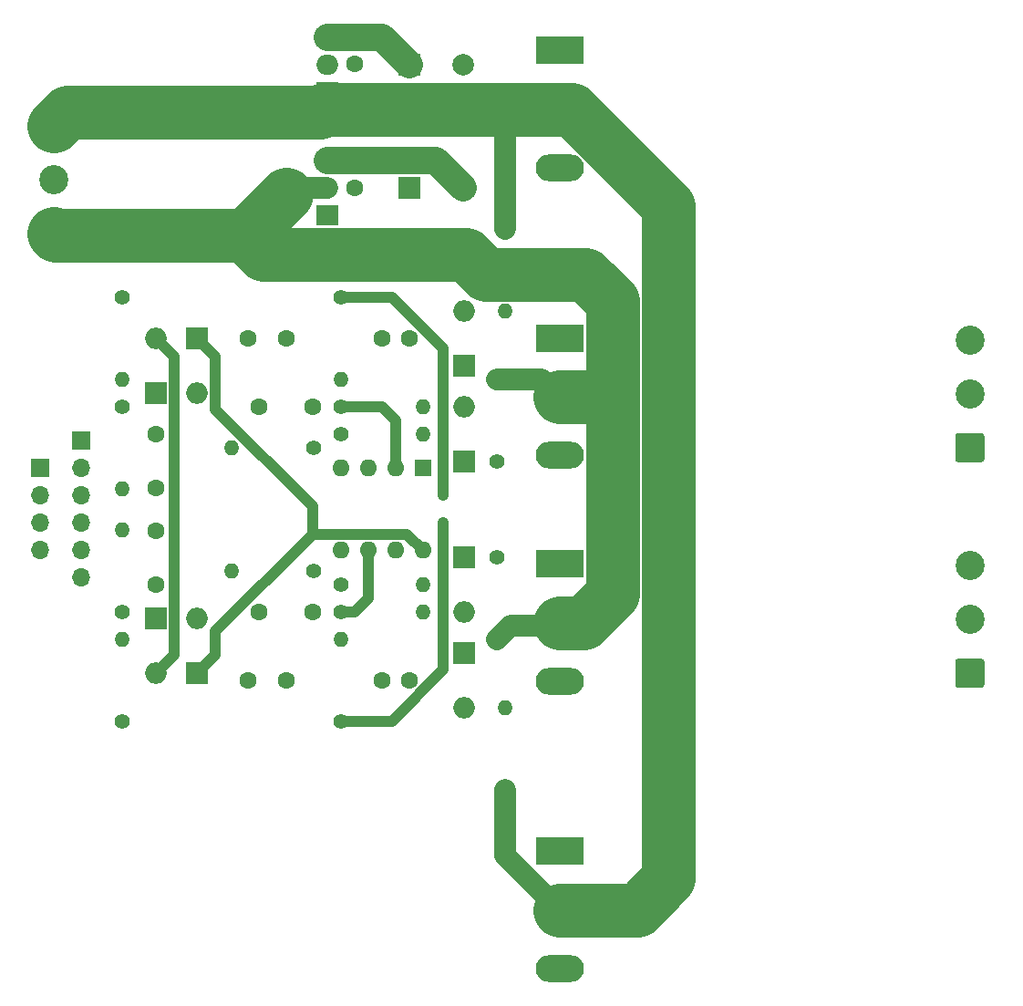
<source format=gbl>
G04 #@! TF.GenerationSoftware,KiCad,Pcbnew,(5.1.9)-1*
G04 #@! TF.CreationDate,2022-04-07T18:54:58+09:00*
G04 #@! TF.ProjectId,digital_amp,64696769-7461-46c5-9f61-6d702e6b6963,rev?*
G04 #@! TF.SameCoordinates,Original*
G04 #@! TF.FileFunction,Copper,L2,Bot*
G04 #@! TF.FilePolarity,Positive*
%FSLAX46Y46*%
G04 Gerber Fmt 4.6, Leading zero omitted, Abs format (unit mm)*
G04 Created by KiCad (PCBNEW (5.1.9)-1) date 2022-04-07 18:54:58*
%MOMM*%
%LPD*%
G01*
G04 APERTURE LIST*
G04 #@! TA.AperFunction,ComponentPad*
%ADD10C,2.700000*%
G04 #@! TD*
G04 #@! TA.AperFunction,ComponentPad*
%ADD11O,1.700000X1.700000*%
G04 #@! TD*
G04 #@! TA.AperFunction,ComponentPad*
%ADD12R,1.700000X1.700000*%
G04 #@! TD*
G04 #@! TA.AperFunction,ComponentPad*
%ADD13O,2.000000X1.905000*%
G04 #@! TD*
G04 #@! TA.AperFunction,ComponentPad*
%ADD14R,2.000000X1.905000*%
G04 #@! TD*
G04 #@! TA.AperFunction,ComponentPad*
%ADD15O,1.600000X1.600000*%
G04 #@! TD*
G04 #@! TA.AperFunction,ComponentPad*
%ADD16R,1.600000X1.600000*%
G04 #@! TD*
G04 #@! TA.AperFunction,ComponentPad*
%ADD17O,1.400000X1.400000*%
G04 #@! TD*
G04 #@! TA.AperFunction,ComponentPad*
%ADD18C,1.400000*%
G04 #@! TD*
G04 #@! TA.AperFunction,ComponentPad*
%ADD19R,4.500000X2.500000*%
G04 #@! TD*
G04 #@! TA.AperFunction,ComponentPad*
%ADD20O,4.500000X2.500000*%
G04 #@! TD*
G04 #@! TA.AperFunction,ComponentPad*
%ADD21O,2.000000X2.000000*%
G04 #@! TD*
G04 #@! TA.AperFunction,ComponentPad*
%ADD22R,2.000000X2.000000*%
G04 #@! TD*
G04 #@! TA.AperFunction,ComponentPad*
%ADD23C,2.000000*%
G04 #@! TD*
G04 #@! TA.AperFunction,ComponentPad*
%ADD24C,1.600000*%
G04 #@! TD*
G04 #@! TA.AperFunction,ViaPad*
%ADD25C,0.800000*%
G04 #@! TD*
G04 #@! TA.AperFunction,Conductor*
%ADD26C,1.000000*%
G04 #@! TD*
G04 #@! TA.AperFunction,Conductor*
%ADD27C,2.500000*%
G04 #@! TD*
G04 #@! TA.AperFunction,Conductor*
%ADD28C,5.000000*%
G04 #@! TD*
G04 #@! TA.AperFunction,Conductor*
%ADD29C,2.000000*%
G04 #@! TD*
G04 APERTURE END LIST*
D10*
X187960000Y-111285000D03*
X187960000Y-116285000D03*
G04 #@! TA.AperFunction,ComponentPad*
G36*
G01*
X189059999Y-122635000D02*
X186860001Y-122635000D01*
G75*
G02*
X186610000Y-122384999I0J250001D01*
G01*
X186610000Y-120185001D01*
G75*
G02*
X186860001Y-119935000I250001J0D01*
G01*
X189059999Y-119935000D01*
G75*
G02*
X189310000Y-120185001I0J-250001D01*
G01*
X189310000Y-122384999D01*
G75*
G02*
X189059999Y-122635000I-250001J0D01*
G01*
G37*
G04 #@! TD.AperFunction*
X187960000Y-90330000D03*
X187960000Y-95330000D03*
G04 #@! TA.AperFunction,ComponentPad*
G36*
G01*
X189059999Y-101680000D02*
X186860001Y-101680000D01*
G75*
G02*
X186610000Y-101429999I0J250001D01*
G01*
X186610000Y-99230001D01*
G75*
G02*
X186860001Y-98980000I250001J0D01*
G01*
X189059999Y-98980000D01*
G75*
G02*
X189310000Y-99230001I0J-250001D01*
G01*
X189310000Y-101429999D01*
G75*
G02*
X189059999Y-101680000I-250001J0D01*
G01*
G37*
G04 #@! TD.AperFunction*
D11*
X105410000Y-112395000D03*
X105410000Y-109855000D03*
X105410000Y-107315000D03*
X105410000Y-104775000D03*
X105410000Y-102235000D03*
D12*
X105410000Y-99695000D03*
D13*
X128270000Y-73660000D03*
X128270000Y-76200000D03*
D14*
X128270000Y-78740000D03*
D13*
X128270000Y-62230000D03*
X128270000Y-64770000D03*
D14*
X128270000Y-67310000D03*
D15*
X137160000Y-109855000D03*
X129540000Y-102235000D03*
X134620000Y-109855000D03*
X132080000Y-102235000D03*
X132080000Y-109855000D03*
X134620000Y-102235000D03*
X129540000Y-109855000D03*
D16*
X137160000Y-102235000D03*
D17*
X144018000Y-118110000D03*
D18*
X144018000Y-110490000D03*
D17*
X144780000Y-124460000D03*
D18*
X144780000Y-132080000D03*
D17*
X144018000Y-93980000D03*
D18*
X144018000Y-101600000D03*
D17*
X144780000Y-87630000D03*
D18*
X144780000Y-80010000D03*
D17*
X137160000Y-99060000D03*
D18*
X129540000Y-99060000D03*
D17*
X137160000Y-113030000D03*
D18*
X129540000Y-113030000D03*
D17*
X137160000Y-96520000D03*
D18*
X129540000Y-96520000D03*
D17*
X137160000Y-115570000D03*
D18*
X129540000Y-115570000D03*
D17*
X129540000Y-93980000D03*
D18*
X129540000Y-86360000D03*
D17*
X129540000Y-118110000D03*
D18*
X129540000Y-125730000D03*
D17*
X119380000Y-100330000D03*
D18*
X127000000Y-100330000D03*
D17*
X119380000Y-111760000D03*
D18*
X127000000Y-111760000D03*
X109220000Y-86360000D03*
D17*
X109220000Y-93980000D03*
X109220000Y-118110000D03*
D18*
X109220000Y-125730000D03*
D17*
X109220000Y-104140000D03*
D18*
X109220000Y-96520000D03*
D17*
X109220000Y-107950000D03*
D18*
X109220000Y-115570000D03*
D19*
X149860000Y-111125000D03*
D20*
X149860000Y-116575000D03*
X149860000Y-122025000D03*
D19*
X149860000Y-137795000D03*
D20*
X149860000Y-143245000D03*
X149860000Y-148695000D03*
X149860000Y-101070000D03*
X149860000Y-95620000D03*
D19*
X149860000Y-90170000D03*
D20*
X149860000Y-74370000D03*
X149860000Y-68920000D03*
D19*
X149860000Y-63470000D03*
D10*
X102870000Y-80485000D03*
X102870000Y-75485000D03*
G04 #@! TA.AperFunction,ComponentPad*
G36*
G01*
X101770001Y-69135000D02*
X103969999Y-69135000D01*
G75*
G02*
X104220000Y-69385001I0J-250001D01*
G01*
X104220000Y-71584999D01*
G75*
G02*
X103969999Y-71835000I-250001J0D01*
G01*
X101770001Y-71835000D01*
G75*
G02*
X101520000Y-71584999I0J250001D01*
G01*
X101520000Y-69385001D01*
G75*
G02*
X101770001Y-69135000I250001J0D01*
G01*
G37*
G04 #@! TD.AperFunction*
D11*
X101600000Y-109855000D03*
X101600000Y-107315000D03*
X101600000Y-104775000D03*
D12*
X101600000Y-102235000D03*
D21*
X140970000Y-115570000D03*
D22*
X140970000Y-110490000D03*
D21*
X140970000Y-124460000D03*
D22*
X140970000Y-119380000D03*
D21*
X140970000Y-96520000D03*
D22*
X140970000Y-101600000D03*
D21*
X140970000Y-87630000D03*
D22*
X140970000Y-92710000D03*
D21*
X112395000Y-90170000D03*
D22*
X112395000Y-95250000D03*
D21*
X116205000Y-95250000D03*
D22*
X116205000Y-90170000D03*
D21*
X112395000Y-121285000D03*
D22*
X112395000Y-116205000D03*
D21*
X116205000Y-116205000D03*
D22*
X116205000Y-121285000D03*
D23*
X140890000Y-76200000D03*
D22*
X135890000Y-76200000D03*
D23*
X140890000Y-64770000D03*
D22*
X135890000Y-64770000D03*
D24*
X130810000Y-73700000D03*
X130810000Y-76200000D03*
X130810000Y-64730000D03*
X130810000Y-62230000D03*
X133390000Y-121920000D03*
X135890000Y-121920000D03*
X133390000Y-90170000D03*
X135890000Y-90170000D03*
X126920000Y-96520000D03*
X121920000Y-96520000D03*
X126920000Y-115570000D03*
X121920000Y-115570000D03*
X120960000Y-90170000D03*
X124460000Y-90170000D03*
X120960000Y-121920000D03*
X124460000Y-121920000D03*
X112395000Y-104060000D03*
X112395000Y-99060000D03*
X112395000Y-108030000D03*
X112395000Y-113030000D03*
D25*
X139065000Y-107315000D03*
X139065000Y-104775000D03*
D26*
X129540000Y-115570000D02*
X130810000Y-115570000D01*
X132080000Y-114300000D02*
X132080000Y-109855000D01*
X130810000Y-115570000D02*
X132080000Y-114300000D01*
X129540000Y-96520000D02*
X133350000Y-96520000D01*
X133350000Y-96520000D02*
X134620000Y-97790000D01*
X134620000Y-97790000D02*
X134620000Y-102235000D01*
X134300002Y-125730000D02*
X139065000Y-120965002D01*
X129540000Y-125730000D02*
X134300002Y-125730000D01*
X139065000Y-120965002D02*
X139065000Y-107315000D01*
X139065000Y-107315000D02*
X139065000Y-107315000D01*
X134300002Y-86360000D02*
X139065000Y-91124998D01*
X129540000Y-86360000D02*
X134300002Y-86360000D01*
X139065000Y-91124998D02*
X139065000Y-104775000D01*
X139065000Y-104775000D02*
X139065000Y-104775000D01*
D27*
X128270000Y-62230000D02*
X130810000Y-62230000D01*
X133350000Y-62230000D02*
X135890000Y-64770000D01*
X130810000Y-62230000D02*
X133350000Y-62230000D01*
D26*
X135659999Y-108354999D02*
X137160000Y-109855000D01*
X117905001Y-117364997D02*
X126914999Y-108354999D01*
X117905001Y-119584999D02*
X117905001Y-117364997D01*
X126914999Y-108354999D02*
X135659999Y-108354999D01*
X116205000Y-121285000D02*
X117905001Y-119584999D01*
X117905001Y-91870001D02*
X116205000Y-90170000D01*
X117905001Y-96782999D02*
X117905001Y-91870001D01*
X126914999Y-105792997D02*
X117905001Y-96782999D01*
X126914999Y-108354999D02*
X126914999Y-105792997D01*
D27*
X130770000Y-73660000D02*
X130810000Y-73700000D01*
X128270000Y-73660000D02*
X130770000Y-73660000D01*
X138390000Y-73700000D02*
X140890000Y-76200000D01*
X130810000Y-73700000D02*
X138390000Y-73700000D01*
D26*
X114095001Y-119584999D02*
X112395000Y-121285000D01*
X114095001Y-91870001D02*
X114095001Y-119584999D01*
X112395000Y-90170000D02*
X114095001Y-91870001D01*
D28*
X120644999Y-80650001D02*
X124460000Y-76835000D01*
D29*
X125095000Y-76200000D02*
X124460000Y-76835000D01*
X128270000Y-76200000D02*
X125095000Y-76200000D01*
D28*
X152770002Y-95620000D02*
X149860000Y-95620000D01*
D29*
X148220000Y-93980000D02*
X149860000Y-95620000D01*
X144018000Y-93980000D02*
X148220000Y-93980000D01*
D28*
X143046001Y-84229999D02*
X141208503Y-82392501D01*
X152280001Y-84229999D02*
X143046001Y-84229999D01*
X154810001Y-86759999D02*
X152280001Y-84229999D01*
X122387499Y-82392501D02*
X120644999Y-80650001D01*
X154810001Y-113900001D02*
X154810001Y-86759999D01*
X152135002Y-116575000D02*
X154810001Y-113900001D01*
X141208503Y-82392501D02*
X122387499Y-82392501D01*
X149860000Y-116575000D02*
X152135002Y-116575000D01*
D29*
X144018000Y-118110000D02*
X145288000Y-116840000D01*
X149595000Y-116840000D02*
X149860000Y-116575000D01*
X145288000Y-116840000D02*
X149595000Y-116840000D01*
D28*
X103035001Y-80650001D02*
X102870000Y-80485000D01*
X120644999Y-80650001D02*
X103035001Y-80650001D01*
X145710000Y-68920000D02*
X149860000Y-68920000D01*
D26*
X144780000Y-69850000D02*
X145710000Y-68920000D01*
D28*
X150996157Y-68920000D02*
X149860000Y-68920000D01*
X160010011Y-77933854D02*
X150996157Y-68920000D01*
X160010011Y-140344989D02*
X160010011Y-77933854D01*
X157110000Y-143245000D02*
X160010011Y-140344989D01*
X149860000Y-143245000D02*
X157110000Y-143245000D01*
D29*
X144780000Y-138165000D02*
X149860000Y-143245000D01*
X144780000Y-132080000D02*
X144780000Y-138165000D01*
X144780000Y-80010000D02*
X144780000Y-69850000D01*
D28*
X104134999Y-69220001D02*
X102870000Y-70485000D01*
X127629999Y-69220001D02*
X104134999Y-69220001D01*
X127930000Y-68920000D02*
X127629999Y-69220001D01*
X145710000Y-68920000D02*
X127930000Y-68920000D01*
M02*

</source>
